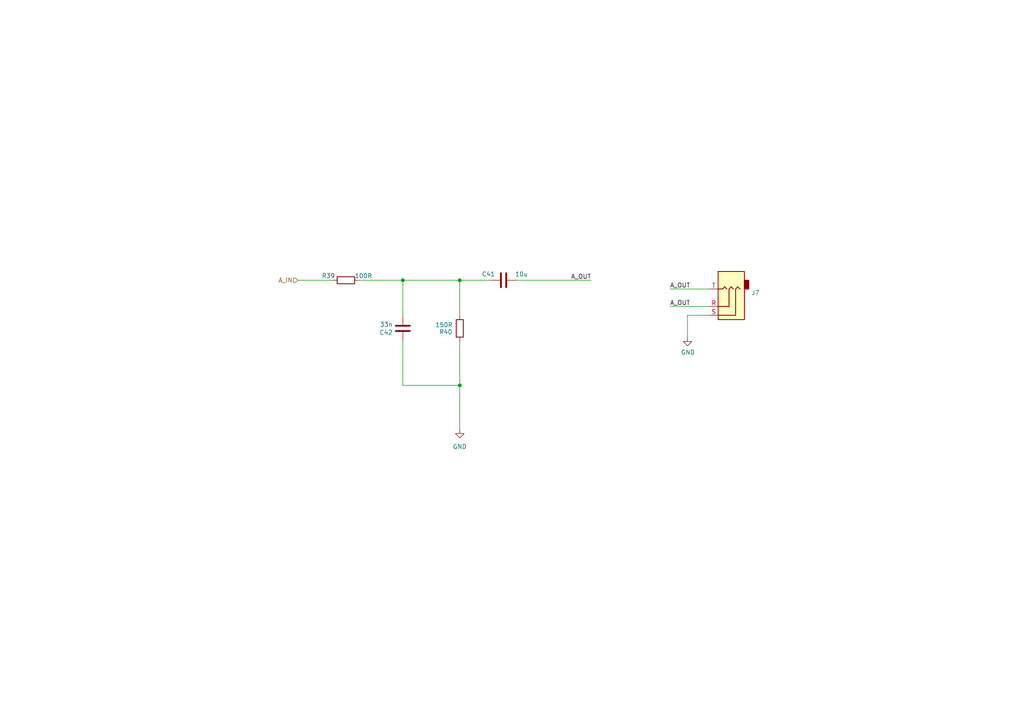
<source format=kicad_sch>
(kicad_sch (version 20250114) (generator "eeschema") (generator_version "9.0")
  (paper "A4")
  (title_block (title "${NAME} ${MODEL}") (date "2025-07-04") (rev "${VERSION}") (company "Mikhail Matveev") (comment 1 "https://github.com/rh1tech/echo"))
  (lib_symbols
    (symbol "Device:C" (pin_numbers (hide yes)) (pin_names (offset 0.254))
      (property "Reference" "C" (at 0.635 2.54 0))
      (property "Value" "C" (at 0.635 -2.54 0))
      (symbol "C_0_1"
        (polyline (pts (xy -2.032 0.762) (xy 2.032 0.762)) (stroke (width 0.508)))
        (polyline (pts (xy -2.032 -0.762) (xy 2.032 -0.762)) (stroke (width 0.508)))
      )
      (symbol "C_1_1"
        (pin passive line (at 0 3.81 270) (length 2.794) (name "~") (number "1"))
        (pin passive line (at 0 -3.81 90) (length 2.794) (name "~") (number "2"))
      )
    )
    (symbol "Device:R" (pin_numbers (hide yes)) (pin_names (offset 0))
      (property "Reference" "R" (at 2.032 0 90))
      (property "Value" "R" (at 0 0 90))
      (symbol "R_0_1"
        (rectangle (start -1.016 -2.54) (end 1.016 2.54) (stroke (width 0.254)))
      )
      (symbol "R_1_1"
        (pin passive line (at 0 3.81 270) (length 1.27) (name "~") (number "1"))
        (pin passive line (at 0 -3.81 90) (length 1.27) (name "~") (number "2"))
      )
    )
    (symbol "FRANK:AudioJack_3.5mm"
      (property "Reference" "AJ2" (at -7.1119 -4.0097 0))
      (symbol "AudioJack_3.5mm_0_1"
        (rectangle (start -5.08 -5.08) (end -6.35 -7.62) (stroke (width 0.254)) (fill (type outline)))
        (polyline (pts (xy -1.905 -5.08) (xy -1.27 -5.715) (xy -0.635 -5.08) (xy -0.635 0) (xy 2.54 0)) (stroke (width 0.254)))
        (polyline (pts (xy 0 -5.08) (xy 0.635 -5.715) (xy 1.27 -5.08) (xy 2.54 -5.08)) (stroke (width 0.254)))
        (rectangle (start 2.54 3.81) (end -5.08 -10.16) (stroke (width 0.254)) (fill (type background)))
        (polyline (pts (xy 2.54 2.54) (xy -2.54 2.54) (xy -2.54 -5.08) (xy -3.175 -5.715) (xy -3.81 -5.08)) (stroke (width 0.254)))
      )
      (symbol "AudioJack_3.5mm_1_1"
        (pin passive line (at 5.08 2.54 180) (length 2.54) (name "~") (number "S"))
        (pin passive line (at 5.08 0 180) (length 2.54) (name "~") (number "R"))
        (pin passive line (at 5.08 -5.08 180) (length 2.54) (name "~") (number "T"))
      )
    )
    (symbol "GND_1" (power) (pin_numbers (hide yes)) (pin_names (offset 0) (hide yes))
      (property "Value" "GND" (at 0 -3.81 0))
      (symbol "GND_1_0_1"
        (polyline (pts (xy 0 0) (xy 0 -1.27) (xy 1.27 -1.27) (xy 0 -2.54) (xy -1.27 -1.27) (xy 0 -1.27)))
      )
      (symbol "GND_1_1_1"
        (pin power_in line (at 0 0 270) (length 0) (name "~") (number "1"))
      )
    )
    (symbol "power:GND" (power) (pin_numbers (hide yes)) (pin_names (offset 0) (hide yes))
      (property "Value" "GND" (at 0 -3.81 0))
      (symbol "GND_0_1"
        (polyline (pts (xy 0 0) (xy 0 -1.27) (xy 1.27 -1.27) (xy 0 -2.54) (xy -1.27 -1.27) (xy 0 -1.27)))
      )
      (symbol "GND_1_1"
        (pin power_in line (at 0 0 270) (length 0) (name "~") (number "1"))
      )
    )
  )
  (junction (at 133.35 81.28))
  (junction (at 116.84 81.28))
  (junction (at 133.35 111.76))
  (wire (pts (xy 194.31 88.9) (xy 205.74 88.9)))
  (wire (pts (xy 104.14 81.28) (xy 116.84 81.28)))
  (wire (pts (xy 116.84 81.28) (xy 133.35 81.28)))
  (wire (pts (xy 133.35 81.28) (xy 133.35 91.44)))
  (wire (pts (xy 133.35 111.76) (xy 133.35 124.46)))
  (wire (pts (xy 116.84 111.76) (xy 133.35 111.76)))
  (wire (pts (xy 133.35 81.28) (xy 142.24 81.28)))
  (wire (pts (xy 116.84 81.28) (xy 116.84 91.44)))
  (wire (pts (xy 86.36 81.28) (xy 96.52 81.28)))
  (wire (pts (xy 194.31 83.82) (xy 205.74 83.82)))
  (wire (pts (xy 205.74 91.44) (xy 199.39 91.44)))
  (wire (pts (xy 199.39 91.44) (xy 199.39 97.79)))
  (wire (pts (xy 116.84 99.06) (xy 116.84 111.76)))
  (wire (pts (xy 149.86 81.28) (xy 171.45 81.28)))
  (wire (pts (xy 133.35 111.76) (xy 133.35 99.06)))
  (label "A_OUT" (at 171.45 81.28 180))
  (label "A_OUT" (at 194.31 88.9 0))
  (label "A_OUT" (at 194.31 83.82 0))
  (hierarchical_label "A_IN" (shape input) (at 86.36 81.28 180))
  (symbol (lib_id "Device:R") (at 100.33 81.28 90) (unit 1)
    (property "Reference" "R39" (at 95.25 80.01 90))
    (property "Value" "100R" (at 105.41 80.01 90))
    (property "Footprint" "FRANK:Resistor (0402)" (effects (hide yes)))
    (property "Datasheet" "https://www.vishay.com/docs/28952/mcs0402at-mct0603at-mcu0805at-mca1206at.pdf" (effects (hide yes)))
    (property "AliExpress" "https://www.aliexpress.com/item/1005005945735199.html" (effects (hide yes)))
  )
  (symbol (lib_name "GND_1") (lib_id "power:GND") (at 199.39 97.79 0) (unit 1)
    (property "Reference" "#PWR087" (effects (hide yes)))
    (property "Value" "GND" (at 199.517 102.1842 0))
    (property "Description" "Power symbol creates a global label with name \"GND\" , ground" (effects (hide yes)))
  )
  (symbol (lib_id "FRANK:AudioJack_3.5mm") (at 210.82 88.9 180) (unit 1)
    (property "Reference" "J7" (at 217.9319 84.8903 0) (effects (justify right)))
    (property "Value" "PJ-320D" (effects (hide yes)))
    (property "Footprint" "FRANK:Jack (3.5mm, PJ-320D)" (effects (hide yes)))
    (property "Datasheet" "https://www.lcsc.com/datasheet/lcsc_datasheet_1810121716_Korean-Hroparts-Elec-PJ-320D-4A_C95562.pdf" (effects (hide yes)))
    (property "AliExpress" "https://www.aliexpress.com/item/4001158231104.html" (effects (hide yes)))
  )
  (symbol (lib_id "power:GND") (at 133.35 124.46 0) (unit 1)
    (property "Reference" "#PWR088" (effects (hide yes)))
    (property "Value" "GND" (at 133.35 129.54 0))
    (property "Description" "Power symbol creates a global label with name \"GND\" , ground" (effects (hide yes)))
  )
  (symbol (lib_id "Device:R") (at 133.35 95.25 180) (unit 1)
    (property "Reference" "R40" (at 129.286 96.266 0))
    (property "Value" "150R" (at 128.778 94.234 0))
    (property "Footprint" "FRANK:Resistor (0402)" (effects (hide yes)))
    (property "Datasheet" "https://www.vishay.com/docs/28952/mcs0402at-mct0603at-mcu0805at-mca1206at.pdf" (effects (hide yes)))
    (property "AliExpress" "https://www.aliexpress.com/item/1005005945735199.html" (effects (hide yes)))
  )
  (symbol (lib_id "Device:C") (at 146.05 81.28 270) (unit 1)
    (property "Reference" "C41" (at 139.7 79.502 90) (effects (justify left)))
    (property "Value" "10u" (at 149.352 79.502 90) (effects (justify left)))
    (property "Footprint" "FRANK:Capacitor (0805)" (effects (hide yes)))
    (property "Datasheet" "https://eu.mouser.com/datasheet/2/40/KGM_X7R-3223212.pdf" (effects (hide yes)))
    (property "AliExpress" "https://www.aliexpress.com/item/33008008276.html" (effects (hide yes)))
  )
  (symbol (lib_id "Device:C") (at 116.84 95.25 180) (unit 1)
    (property "Reference" "C42" (at 113.919 96.4184 0) (effects (justify left)))
    (property "Value" "33n" (at 113.919 94.107 0) (effects (justify left)))
    (property "Footprint" "FRANK:Capacitor (0402)" (effects (hide yes)))
    (property "Datasheet" "https://eu.mouser.com/datasheet/2/40/KGM_X7R-3223212.pdf" (effects (hide yes)))
    (property "AliExpress" "https://www.aliexpress.com/item/33008008276.html" (effects (hide yes)))
  )
)
</source>
